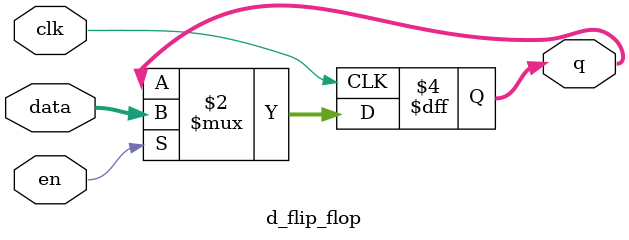
<source format=v>
`timescale 1ns / 1ps



module d_flip_flop(
    input wire clk,en,
    input wire [31:0] data,
    output reg [31:0] q
);
    always @(posedge clk) begin
        if (en)  q<=data;
    end
endmodule

</source>
